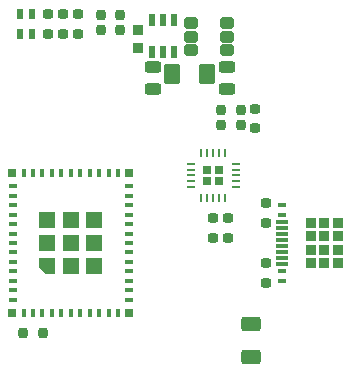
<source format=gbr>
%TF.GenerationSoftware,KiCad,Pcbnew,(6.0.2-0)*%
%TF.CreationDate,2022-03-18T09:55:05+00:00*%
%TF.ProjectId,Epaper154,45706170-6572-4313-9534-2e6b69636164,1*%
%TF.SameCoordinates,Original*%
%TF.FileFunction,Paste,Top*%
%TF.FilePolarity,Positive*%
%FSLAX46Y46*%
G04 Gerber Fmt 4.6, Leading zero omitted, Abs format (unit mm)*
G04 Created by KiCad (PCBNEW (6.0.2-0)) date 2022-03-18 09:55:05*
%MOMM*%
%LPD*%
G01*
G04 APERTURE LIST*
G04 Aperture macros list*
%AMRoundRect*
0 Rectangle with rounded corners*
0 $1 Rounding radius*
0 $2 $3 $4 $5 $6 $7 $8 $9 X,Y pos of 4 corners*
0 Add a 4 corners polygon primitive as box body*
4,1,4,$2,$3,$4,$5,$6,$7,$8,$9,$2,$3,0*
0 Add four circle primitives for the rounded corners*
1,1,$1+$1,$2,$3*
1,1,$1+$1,$4,$5*
1,1,$1+$1,$6,$7*
1,1,$1+$1,$8,$9*
0 Add four rect primitives between the rounded corners*
20,1,$1+$1,$2,$3,$4,$5,0*
20,1,$1+$1,$4,$5,$6,$7,0*
20,1,$1+$1,$6,$7,$8,$9,0*
20,1,$1+$1,$8,$9,$2,$3,0*%
%AMFreePoly0*
4,1,6,0.696000,-0.696000,-0.696000,-0.696000,-0.696000,0.118488,-0.118488,0.696000,0.696000,0.696000,0.696000,-0.696000,0.696000,-0.696000,$1*%
G04 Aperture macros list end*
%ADD10RoundRect,0.186000X-0.189000X-0.189000X0.189000X-0.189000X0.189000X0.189000X-0.189000X0.189000X0*%
%ADD11RoundRect,0.048500X-0.287500X-0.071500X0.287500X-0.071500X0.287500X0.071500X-0.287500X0.071500X0*%
%ADD12RoundRect,0.057500X-0.062500X-0.278500X0.062500X-0.278500X0.062500X0.278500X-0.062500X0.278500X0*%
%ADD13RoundRect,0.232500X0.232500X-0.232500X0.232500X0.232500X-0.232500X0.232500X-0.232500X-0.232500X0*%
%ADD14R,0.798000X0.420000*%
%ADD15RoundRect,0.069000X0.478200X-0.075000X0.478200X0.075000X-0.478200X0.075000X-0.478200X-0.075000X0*%
%ADD16RoundRect,0.184000X-0.272000X0.200000X-0.272000X-0.200000X0.272000X-0.200000X0.272000X0.200000X0*%
%ADD17RoundRect,0.184000X0.200000X0.272000X-0.200000X0.272000X-0.200000X-0.272000X0.200000X-0.272000X0*%
%ADD18RoundRect,0.207000X0.249000X-0.225000X0.249000X0.225000X-0.249000X0.225000X-0.249000X-0.225000X0*%
%ADD19R,0.576000X1.056000*%
%ADD20RoundRect,0.250000X-0.350000X-0.250000X0.350000X-0.250000X0.350000X0.250000X-0.350000X0.250000X0*%
%ADD21RoundRect,0.220875X-0.463125X-0.619125X0.463125X-0.619125X0.463125X0.619125X-0.463125X0.619125X0*%
%ADD22RoundRect,0.230000X-0.466000X0.250000X-0.466000X-0.250000X0.466000X-0.250000X0.466000X0.250000X0*%
%ADD23RoundRect,0.184000X-0.200000X-0.272000X0.200000X-0.272000X0.200000X0.272000X-0.200000X0.272000X0*%
%ADD24R,0.384000X0.768000*%
%ADD25R,0.768000X0.384000*%
%ADD26FreePoly0,90.000000*%
%ADD27R,1.392000X1.392000*%
%ADD28R,0.672000X0.672000*%
%ADD29RoundRect,0.184000X0.272000X-0.200000X0.272000X0.200000X-0.272000X0.200000X-0.272000X-0.200000X0*%
%ADD30RoundRect,0.225000X0.615000X-0.375000X0.615000X0.375000X-0.615000X0.375000X-0.615000X-0.375000X0*%
%ADD31R,0.480000X0.816000*%
G04 APERTURE END LIST*
D10*
%TO.C,U2*%
X154170000Y-77335000D03*
X153170000Y-76335000D03*
X154170000Y-76335000D03*
X153170000Y-77335000D03*
D11*
X151770000Y-75835000D03*
X151770000Y-76335000D03*
X151770000Y-76835000D03*
X151770000Y-77335000D03*
X151770000Y-77835000D03*
D12*
X152670000Y-78735000D03*
X153170000Y-78735000D03*
X153670000Y-78735000D03*
X154170000Y-78735000D03*
X154670000Y-78735000D03*
D11*
X155570000Y-77835000D03*
X155570000Y-77335000D03*
X155570000Y-76835000D03*
X155570000Y-76335000D03*
X155570000Y-75835000D03*
D12*
X154670000Y-74935000D03*
X154170000Y-74935000D03*
X153670000Y-74935000D03*
X153170000Y-74935000D03*
X152670000Y-74935000D03*
%TD*%
D13*
%TO.C,J1*%
X163085000Y-84285000D03*
X161935000Y-80835000D03*
X164235000Y-81985000D03*
X164235000Y-80835000D03*
X161935000Y-83135000D03*
X164235000Y-83135000D03*
X163085000Y-81985000D03*
X163085000Y-80835000D03*
X164235000Y-84285000D03*
X163085000Y-83135000D03*
X161935000Y-81985000D03*
X161935000Y-84285000D03*
D14*
X159510000Y-85750000D03*
X159510000Y-84950000D03*
D15*
X159510000Y-83800000D03*
X159510000Y-82800000D03*
X159510000Y-82300000D03*
X159510000Y-81300000D03*
D14*
X159510000Y-79350000D03*
X159510000Y-80150000D03*
D15*
X159510000Y-80800000D03*
X159510000Y-81800000D03*
X159510000Y-83300000D03*
X159510000Y-84300000D03*
%TD*%
D16*
%TO.C,C4*%
X157226000Y-71244000D03*
X157226000Y-72794000D03*
%TD*%
D17*
%TO.C,R7*%
X156019000Y-72527000D03*
X154369000Y-72527000D03*
%TD*%
D18*
%TO.C,U1*%
X147330000Y-66065000D03*
D19*
X150380000Y-63690000D03*
X150380000Y-66390000D03*
D20*
X154830000Y-63940000D03*
X151830000Y-65090000D03*
D21*
X150227500Y-68210000D03*
D18*
X147330000Y-64515000D03*
D20*
X154830000Y-66240000D03*
X151830000Y-66240000D03*
X151830000Y-63940000D03*
X154830000Y-65090000D03*
D19*
X148480000Y-66390000D03*
X149430000Y-66390000D03*
D22*
X148580000Y-67640000D03*
X148580000Y-69540000D03*
X154830000Y-69540000D03*
D19*
X149430000Y-63690000D03*
D21*
X153192500Y-68210000D03*
D22*
X154830000Y-67640000D03*
D19*
X148480000Y-63690000D03*
%TD*%
D16*
%TO.C,R11*%
X139700000Y-63183000D03*
X139700000Y-64833000D03*
%TD*%
D23*
%TO.C,R9*%
X137605000Y-90170000D03*
X139255000Y-90170000D03*
%TD*%
D17*
%TO.C,R1*%
X145796000Y-63246000D03*
X144146000Y-63246000D03*
%TD*%
D24*
%TO.C,U3*%
X137623250Y-88450000D03*
X138423250Y-88450000D03*
X139223250Y-88450000D03*
X140023250Y-88450000D03*
X140823250Y-88450000D03*
X141623250Y-88450000D03*
X142423250Y-88450000D03*
X143223250Y-88450000D03*
X144023250Y-88450000D03*
X144823250Y-88450000D03*
X145623250Y-88450000D03*
D25*
X146523250Y-87350000D03*
X146523250Y-86550000D03*
X146523250Y-85750000D03*
X146523250Y-84950000D03*
X146523250Y-84150000D03*
X146523250Y-83350000D03*
X146523250Y-82550000D03*
X146523250Y-81750000D03*
X146523250Y-80950000D03*
X146523250Y-80150000D03*
X146523250Y-79350000D03*
X146523250Y-78550000D03*
X146523250Y-77750000D03*
D24*
X145623250Y-76650000D03*
X144823250Y-76650000D03*
X144023250Y-76650000D03*
X143223250Y-76650000D03*
X142423250Y-76650000D03*
X141623250Y-76650000D03*
X140823250Y-76650000D03*
X140023250Y-76650000D03*
X139223250Y-76650000D03*
X138423250Y-76650000D03*
X137623250Y-76650000D03*
D25*
X136723250Y-77750000D03*
X136723250Y-78550000D03*
X136723250Y-79350000D03*
X136723250Y-80150000D03*
X136723250Y-80950000D03*
X136723250Y-81750000D03*
X136723250Y-82550000D03*
X136723250Y-83350000D03*
X136723250Y-84150000D03*
X136723250Y-84950000D03*
X136723250Y-85750000D03*
X136723250Y-86550000D03*
X136723250Y-87350000D03*
D26*
X139648250Y-84525000D03*
D27*
X143598250Y-82550000D03*
X143598250Y-84525000D03*
X139648250Y-82550000D03*
X143598250Y-80575000D03*
X141623250Y-82550000D03*
X139648250Y-80575000D03*
X141623250Y-80575000D03*
X141623250Y-84525000D03*
D28*
X136673250Y-76600000D03*
X146573250Y-76600000D03*
X146573250Y-88500000D03*
X136673250Y-88500000D03*
%TD*%
D29*
%TO.C,R6*%
X153670000Y-82105000D03*
X153670000Y-80455000D03*
%TD*%
D30*
%TO.C,D2*%
X156845000Y-92205000D03*
X156845000Y-89405000D03*
%TD*%
D16*
%TO.C,R10*%
X140970000Y-63183000D03*
X140970000Y-64833000D03*
%TD*%
D23*
%TO.C,R8*%
X154369000Y-71257000D03*
X156019000Y-71257000D03*
%TD*%
D29*
%TO.C,R4*%
X158115000Y-80835000D03*
X158115000Y-79185000D03*
%TD*%
D16*
%TO.C,R3*%
X158115000Y-84265000D03*
X158115000Y-85915000D03*
%TD*%
%TO.C,R12*%
X142240000Y-63183000D03*
X142240000Y-64833000D03*
%TD*%
D31*
%TO.C,D3*%
X137295000Y-64883000D03*
X137295000Y-63133000D03*
X138295000Y-63133000D03*
X138295000Y-64883000D03*
%TD*%
D23*
%TO.C,R2*%
X144146000Y-64516000D03*
X145796000Y-64516000D03*
%TD*%
D29*
%TO.C,R5*%
X154940000Y-82105000D03*
X154940000Y-80455000D03*
%TD*%
M02*

</source>
